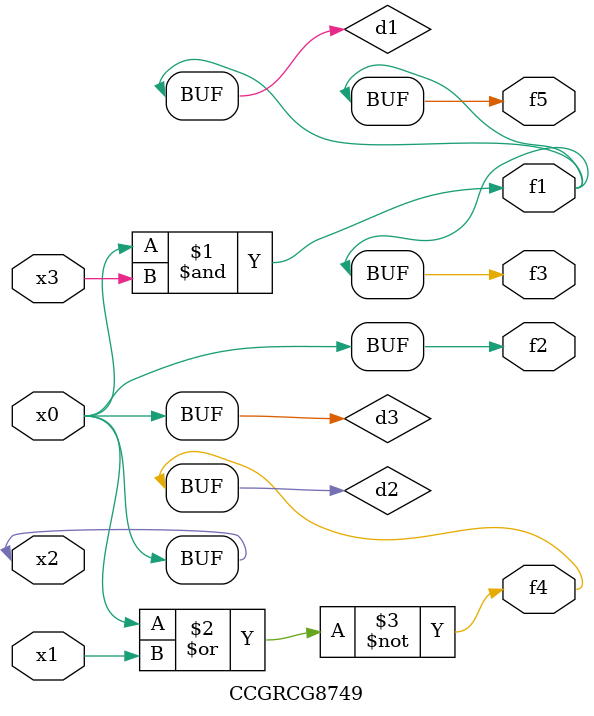
<source format=v>
module CCGRCG8749(
	input x0, x1, x2, x3,
	output f1, f2, f3, f4, f5
);

	wire d1, d2, d3;

	and (d1, x2, x3);
	nor (d2, x0, x1);
	buf (d3, x0, x2);
	assign f1 = d1;
	assign f2 = d3;
	assign f3 = d1;
	assign f4 = d2;
	assign f5 = d1;
endmodule

</source>
